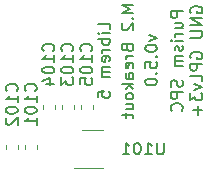
<source format=gbr>
G04 #@! TF.GenerationSoftware,KiCad,Pcbnew,5.1.4-3.fc30*
G04 #@! TF.CreationDate,2020-01-13T02:26:48-05:00*
G04 #@! TF.ProjectId,librem5-m2-breakout,6c696272-656d-4352-9d6d-322d62726561,v0.5.0*
G04 #@! TF.SameCoordinates,Original*
G04 #@! TF.FileFunction,Legend,Bot*
G04 #@! TF.FilePolarity,Positive*
%FSLAX46Y46*%
G04 Gerber Fmt 4.6, Leading zero omitted, Abs format (unit mm)*
G04 Created by KiCad (PCBNEW 5.1.4-3.fc30) date 2020-01-13 02:26:48*
%MOMM*%
%LPD*%
G04 APERTURE LIST*
%ADD10C,0.150000*%
%ADD11C,0.120000*%
G04 APERTURE END LIST*
D10*
X136452380Y-92357142D02*
X136452380Y-91880952D01*
X135452380Y-91880952D01*
X136452380Y-92690476D02*
X135785714Y-92690476D01*
X135452380Y-92690476D02*
X135500000Y-92642857D01*
X135547619Y-92690476D01*
X135500000Y-92738095D01*
X135452380Y-92690476D01*
X135547619Y-92690476D01*
X136452380Y-93166666D02*
X135452380Y-93166666D01*
X135833333Y-93166666D02*
X135785714Y-93261904D01*
X135785714Y-93452380D01*
X135833333Y-93547619D01*
X135880952Y-93595238D01*
X135976190Y-93642857D01*
X136261904Y-93642857D01*
X136357142Y-93595238D01*
X136404761Y-93547619D01*
X136452380Y-93452380D01*
X136452380Y-93261904D01*
X136404761Y-93166666D01*
X136452380Y-94071428D02*
X135785714Y-94071428D01*
X135976190Y-94071428D02*
X135880952Y-94119047D01*
X135833333Y-94166666D01*
X135785714Y-94261904D01*
X135785714Y-94357142D01*
X136404761Y-95071428D02*
X136452380Y-94976190D01*
X136452380Y-94785714D01*
X136404761Y-94690476D01*
X136309523Y-94642857D01*
X135928571Y-94642857D01*
X135833333Y-94690476D01*
X135785714Y-94785714D01*
X135785714Y-94976190D01*
X135833333Y-95071428D01*
X135928571Y-95119047D01*
X136023809Y-95119047D01*
X136119047Y-94642857D01*
X136452380Y-95547619D02*
X135785714Y-95547619D01*
X135880952Y-95547619D02*
X135833333Y-95595238D01*
X135785714Y-95690476D01*
X135785714Y-95833333D01*
X135833333Y-95928571D01*
X135928571Y-95976190D01*
X136452380Y-95976190D01*
X135928571Y-95976190D02*
X135833333Y-96023809D01*
X135785714Y-96119047D01*
X135785714Y-96261904D01*
X135833333Y-96357142D01*
X135928571Y-96404761D01*
X136452380Y-96404761D01*
X135452380Y-98119047D02*
X135452380Y-97642857D01*
X135928571Y-97595238D01*
X135880952Y-97642857D01*
X135833333Y-97738095D01*
X135833333Y-97976190D01*
X135880952Y-98071428D01*
X135928571Y-98119047D01*
X136023809Y-98166666D01*
X136261904Y-98166666D01*
X136357142Y-98119047D01*
X136404761Y-98071428D01*
X136452380Y-97976190D01*
X136452380Y-97738095D01*
X136404761Y-97642857D01*
X136357142Y-97595238D01*
X138452380Y-90285714D02*
X137452380Y-90285714D01*
X138166666Y-90619047D01*
X137452380Y-90952380D01*
X138452380Y-90952380D01*
X138357142Y-91428571D02*
X138404761Y-91476190D01*
X138452380Y-91428571D01*
X138404761Y-91380952D01*
X138357142Y-91428571D01*
X138452380Y-91428571D01*
X137547619Y-91857142D02*
X137500000Y-91904761D01*
X137452380Y-92000000D01*
X137452380Y-92238095D01*
X137500000Y-92333333D01*
X137547619Y-92380952D01*
X137642857Y-92428571D01*
X137738095Y-92428571D01*
X137880952Y-92380952D01*
X138452380Y-91809523D01*
X138452380Y-92428571D01*
X137928571Y-93952380D02*
X137976190Y-94095238D01*
X138023809Y-94142857D01*
X138119047Y-94190476D01*
X138261904Y-94190476D01*
X138357142Y-94142857D01*
X138404761Y-94095238D01*
X138452380Y-94000000D01*
X138452380Y-93619047D01*
X137452380Y-93619047D01*
X137452380Y-93952380D01*
X137500000Y-94047619D01*
X137547619Y-94095238D01*
X137642857Y-94142857D01*
X137738095Y-94142857D01*
X137833333Y-94095238D01*
X137880952Y-94047619D01*
X137928571Y-93952380D01*
X137928571Y-93619047D01*
X138452380Y-94619047D02*
X137785714Y-94619047D01*
X137976190Y-94619047D02*
X137880952Y-94666666D01*
X137833333Y-94714285D01*
X137785714Y-94809523D01*
X137785714Y-94904761D01*
X138404761Y-95619047D02*
X138452380Y-95523809D01*
X138452380Y-95333333D01*
X138404761Y-95238095D01*
X138309523Y-95190476D01*
X137928571Y-95190476D01*
X137833333Y-95238095D01*
X137785714Y-95333333D01*
X137785714Y-95523809D01*
X137833333Y-95619047D01*
X137928571Y-95666666D01*
X138023809Y-95666666D01*
X138119047Y-95190476D01*
X138452380Y-96523809D02*
X137928571Y-96523809D01*
X137833333Y-96476190D01*
X137785714Y-96380952D01*
X137785714Y-96190476D01*
X137833333Y-96095238D01*
X138404761Y-96523809D02*
X138452380Y-96428571D01*
X138452380Y-96190476D01*
X138404761Y-96095238D01*
X138309523Y-96047619D01*
X138214285Y-96047619D01*
X138119047Y-96095238D01*
X138071428Y-96190476D01*
X138071428Y-96428571D01*
X138023809Y-96523809D01*
X138452380Y-97000000D02*
X137452380Y-97000000D01*
X138071428Y-97095238D02*
X138452380Y-97380952D01*
X137785714Y-97380952D02*
X138166666Y-97000000D01*
X138452380Y-97952380D02*
X138404761Y-97857142D01*
X138357142Y-97809523D01*
X138261904Y-97761904D01*
X137976190Y-97761904D01*
X137880952Y-97809523D01*
X137833333Y-97857142D01*
X137785714Y-97952380D01*
X137785714Y-98095238D01*
X137833333Y-98190476D01*
X137880952Y-98238095D01*
X137976190Y-98285714D01*
X138261904Y-98285714D01*
X138357142Y-98238095D01*
X138404761Y-98190476D01*
X138452380Y-98095238D01*
X138452380Y-97952380D01*
X137785714Y-99142857D02*
X138452380Y-99142857D01*
X137785714Y-98714285D02*
X138309523Y-98714285D01*
X138404761Y-98761904D01*
X138452380Y-98857142D01*
X138452380Y-99000000D01*
X138404761Y-99095238D01*
X138357142Y-99142857D01*
X137785714Y-99476190D02*
X137785714Y-99857142D01*
X137452380Y-99619047D02*
X138309523Y-99619047D01*
X138404761Y-99666666D01*
X138452380Y-99761904D01*
X138452380Y-99857142D01*
X142627380Y-90809523D02*
X141627380Y-90809523D01*
X141627380Y-91190476D01*
X141675000Y-91285714D01*
X141722619Y-91333333D01*
X141817857Y-91380952D01*
X141960714Y-91380952D01*
X142055952Y-91333333D01*
X142103571Y-91285714D01*
X142151190Y-91190476D01*
X142151190Y-90809523D01*
X141960714Y-92238095D02*
X142627380Y-92238095D01*
X141960714Y-91809523D02*
X142484523Y-91809523D01*
X142579761Y-91857142D01*
X142627380Y-91952380D01*
X142627380Y-92095238D01*
X142579761Y-92190476D01*
X142532142Y-92238095D01*
X142627380Y-92714285D02*
X141960714Y-92714285D01*
X142151190Y-92714285D02*
X142055952Y-92761904D01*
X142008333Y-92809523D01*
X141960714Y-92904761D01*
X141960714Y-93000000D01*
X142627380Y-93333333D02*
X141960714Y-93333333D01*
X141627380Y-93333333D02*
X141675000Y-93285714D01*
X141722619Y-93333333D01*
X141675000Y-93380952D01*
X141627380Y-93333333D01*
X141722619Y-93333333D01*
X142579761Y-93761904D02*
X142627380Y-93857142D01*
X142627380Y-94047619D01*
X142579761Y-94142857D01*
X142484523Y-94190476D01*
X142436904Y-94190476D01*
X142341666Y-94142857D01*
X142294047Y-94047619D01*
X142294047Y-93904761D01*
X142246428Y-93809523D01*
X142151190Y-93761904D01*
X142103571Y-93761904D01*
X142008333Y-93809523D01*
X141960714Y-93904761D01*
X141960714Y-94047619D01*
X142008333Y-94142857D01*
X142627380Y-94619047D02*
X141960714Y-94619047D01*
X142055952Y-94619047D02*
X142008333Y-94666666D01*
X141960714Y-94761904D01*
X141960714Y-94904761D01*
X142008333Y-95000000D01*
X142103571Y-95047619D01*
X142627380Y-95047619D01*
X142103571Y-95047619D02*
X142008333Y-95095238D01*
X141960714Y-95190476D01*
X141960714Y-95333333D01*
X142008333Y-95428571D01*
X142103571Y-95476190D01*
X142627380Y-95476190D01*
X142579761Y-96666666D02*
X142627380Y-96809523D01*
X142627380Y-97047619D01*
X142579761Y-97142857D01*
X142532142Y-97190476D01*
X142436904Y-97238095D01*
X142341666Y-97238095D01*
X142246428Y-97190476D01*
X142198809Y-97142857D01*
X142151190Y-97047619D01*
X142103571Y-96857142D01*
X142055952Y-96761904D01*
X142008333Y-96714285D01*
X141913095Y-96666666D01*
X141817857Y-96666666D01*
X141722619Y-96714285D01*
X141675000Y-96761904D01*
X141627380Y-96857142D01*
X141627380Y-97095238D01*
X141675000Y-97238095D01*
X142627380Y-97666666D02*
X141627380Y-97666666D01*
X141627380Y-98047619D01*
X141675000Y-98142857D01*
X141722619Y-98190476D01*
X141817857Y-98238095D01*
X141960714Y-98238095D01*
X142055952Y-98190476D01*
X142103571Y-98142857D01*
X142151190Y-98047619D01*
X142151190Y-97666666D01*
X142532142Y-99238095D02*
X142579761Y-99190476D01*
X142627380Y-99047619D01*
X142627380Y-98952380D01*
X142579761Y-98809523D01*
X142484523Y-98714285D01*
X142389285Y-98666666D01*
X142198809Y-98619047D01*
X142055952Y-98619047D01*
X141865476Y-98666666D01*
X141770238Y-98714285D01*
X141675000Y-98809523D01*
X141627380Y-98952380D01*
X141627380Y-99047619D01*
X141675000Y-99190476D01*
X141722619Y-99238095D01*
X143325000Y-90952380D02*
X143277380Y-90857142D01*
X143277380Y-90714285D01*
X143325000Y-90571428D01*
X143420238Y-90476190D01*
X143515476Y-90428571D01*
X143705952Y-90380952D01*
X143848809Y-90380952D01*
X144039285Y-90428571D01*
X144134523Y-90476190D01*
X144229761Y-90571428D01*
X144277380Y-90714285D01*
X144277380Y-90809523D01*
X144229761Y-90952380D01*
X144182142Y-91000000D01*
X143848809Y-91000000D01*
X143848809Y-90809523D01*
X144277380Y-91428571D02*
X143277380Y-91428571D01*
X144277380Y-92000000D01*
X143277380Y-92000000D01*
X143277380Y-92476190D02*
X144086904Y-92476190D01*
X144182142Y-92523809D01*
X144229761Y-92571428D01*
X144277380Y-92666666D01*
X144277380Y-92857142D01*
X144229761Y-92952380D01*
X144182142Y-93000000D01*
X144086904Y-93047619D01*
X143277380Y-93047619D01*
X143325000Y-94809523D02*
X143277380Y-94714285D01*
X143277380Y-94571428D01*
X143325000Y-94428571D01*
X143420238Y-94333333D01*
X143515476Y-94285714D01*
X143705952Y-94238095D01*
X143848809Y-94238095D01*
X144039285Y-94285714D01*
X144134523Y-94333333D01*
X144229761Y-94428571D01*
X144277380Y-94571428D01*
X144277380Y-94666666D01*
X144229761Y-94809523D01*
X144182142Y-94857142D01*
X143848809Y-94857142D01*
X143848809Y-94666666D01*
X144277380Y-95285714D02*
X143277380Y-95285714D01*
X143277380Y-95666666D01*
X143325000Y-95761904D01*
X143372619Y-95809523D01*
X143467857Y-95857142D01*
X143610714Y-95857142D01*
X143705952Y-95809523D01*
X143753571Y-95761904D01*
X143801190Y-95666666D01*
X143801190Y-95285714D01*
X144277380Y-96761904D02*
X144277380Y-96285714D01*
X143277380Y-96285714D01*
X143610714Y-97000000D02*
X144277380Y-97238095D01*
X143610714Y-97476190D01*
X143277380Y-97761904D02*
X143277380Y-98380952D01*
X143658333Y-98047619D01*
X143658333Y-98190476D01*
X143705952Y-98285714D01*
X143753571Y-98333333D01*
X143848809Y-98380952D01*
X144086904Y-98380952D01*
X144182142Y-98333333D01*
X144229761Y-98285714D01*
X144277380Y-98190476D01*
X144277380Y-97904761D01*
X144229761Y-97809523D01*
X144182142Y-97761904D01*
X143896428Y-98809523D02*
X143896428Y-99571428D01*
X144277380Y-99190476D02*
X143515476Y-99190476D01*
X139785714Y-92857142D02*
X140452380Y-93095238D01*
X139785714Y-93333333D01*
X139452380Y-93904761D02*
X139452380Y-94000000D01*
X139500000Y-94095238D01*
X139547619Y-94142857D01*
X139642857Y-94190476D01*
X139833333Y-94238095D01*
X140071428Y-94238095D01*
X140261904Y-94190476D01*
X140357142Y-94142857D01*
X140404761Y-94095238D01*
X140452380Y-94000000D01*
X140452380Y-93904761D01*
X140404761Y-93809523D01*
X140357142Y-93761904D01*
X140261904Y-93714285D01*
X140071428Y-93666666D01*
X139833333Y-93666666D01*
X139642857Y-93714285D01*
X139547619Y-93761904D01*
X139500000Y-93809523D01*
X139452380Y-93904761D01*
X140357142Y-94666666D02*
X140404761Y-94714285D01*
X140452380Y-94666666D01*
X140404761Y-94619047D01*
X140357142Y-94666666D01*
X140452380Y-94666666D01*
X139452380Y-95619047D02*
X139452380Y-95142857D01*
X139928571Y-95095238D01*
X139880952Y-95142857D01*
X139833333Y-95238095D01*
X139833333Y-95476190D01*
X139880952Y-95571428D01*
X139928571Y-95619047D01*
X140023809Y-95666666D01*
X140261904Y-95666666D01*
X140357142Y-95619047D01*
X140404761Y-95571428D01*
X140452380Y-95476190D01*
X140452380Y-95238095D01*
X140404761Y-95142857D01*
X140357142Y-95095238D01*
X140357142Y-96095238D02*
X140404761Y-96142857D01*
X140452380Y-96095238D01*
X140404761Y-96047619D01*
X140357142Y-96095238D01*
X140452380Y-96095238D01*
X139452380Y-96761904D02*
X139452380Y-96857142D01*
X139500000Y-96952380D01*
X139547619Y-97000000D01*
X139642857Y-97047619D01*
X139833333Y-97095238D01*
X140071428Y-97095238D01*
X140261904Y-97047619D01*
X140357142Y-97000000D01*
X140404761Y-96952380D01*
X140452380Y-96857142D01*
X140452380Y-96761904D01*
X140404761Y-96666666D01*
X140357142Y-96619047D01*
X140261904Y-96571428D01*
X140071428Y-96523809D01*
X139833333Y-96523809D01*
X139642857Y-96571428D01*
X139547619Y-96619047D01*
X139500000Y-96666666D01*
X139452380Y-96761904D01*
D11*
X129290000Y-102471267D02*
X129290000Y-102128733D01*
X130310000Y-102471267D02*
X130310000Y-102128733D01*
X128710000Y-102471267D02*
X128710000Y-102128733D01*
X127690000Y-102471267D02*
X127690000Y-102128733D01*
X133410000Y-99071267D02*
X133410000Y-98728733D01*
X132390000Y-99071267D02*
X132390000Y-98728733D01*
X131810000Y-99071267D02*
X131810000Y-98728733D01*
X130790000Y-99071267D02*
X130790000Y-98728733D01*
X133990000Y-99071267D02*
X133990000Y-98728733D01*
X135010000Y-99071267D02*
X135010000Y-98728733D01*
X134100000Y-100890000D02*
X135900000Y-100890000D01*
X135900000Y-104110000D02*
X133450000Y-104110000D01*
D10*
X130157142Y-97580952D02*
X130204761Y-97533333D01*
X130252380Y-97390476D01*
X130252380Y-97295238D01*
X130204761Y-97152380D01*
X130109523Y-97057142D01*
X130014285Y-97009523D01*
X129823809Y-96961904D01*
X129680952Y-96961904D01*
X129490476Y-97009523D01*
X129395238Y-97057142D01*
X129300000Y-97152380D01*
X129252380Y-97295238D01*
X129252380Y-97390476D01*
X129300000Y-97533333D01*
X129347619Y-97580952D01*
X130252380Y-98533333D02*
X130252380Y-97961904D01*
X130252380Y-98247619D02*
X129252380Y-98247619D01*
X129395238Y-98152380D01*
X129490476Y-98057142D01*
X129538095Y-97961904D01*
X129252380Y-99152380D02*
X129252380Y-99247619D01*
X129300000Y-99342857D01*
X129347619Y-99390476D01*
X129442857Y-99438095D01*
X129633333Y-99485714D01*
X129871428Y-99485714D01*
X130061904Y-99438095D01*
X130157142Y-99390476D01*
X130204761Y-99342857D01*
X130252380Y-99247619D01*
X130252380Y-99152380D01*
X130204761Y-99057142D01*
X130157142Y-99009523D01*
X130061904Y-98961904D01*
X129871428Y-98914285D01*
X129633333Y-98914285D01*
X129442857Y-98961904D01*
X129347619Y-99009523D01*
X129300000Y-99057142D01*
X129252380Y-99152380D01*
X130252380Y-100438095D02*
X130252380Y-99866666D01*
X130252380Y-100152380D02*
X129252380Y-100152380D01*
X129395238Y-100057142D01*
X129490476Y-99961904D01*
X129538095Y-99866666D01*
X128557142Y-97580952D02*
X128604761Y-97533333D01*
X128652380Y-97390476D01*
X128652380Y-97295238D01*
X128604761Y-97152380D01*
X128509523Y-97057142D01*
X128414285Y-97009523D01*
X128223809Y-96961904D01*
X128080952Y-96961904D01*
X127890476Y-97009523D01*
X127795238Y-97057142D01*
X127700000Y-97152380D01*
X127652380Y-97295238D01*
X127652380Y-97390476D01*
X127700000Y-97533333D01*
X127747619Y-97580952D01*
X128652380Y-98533333D02*
X128652380Y-97961904D01*
X128652380Y-98247619D02*
X127652380Y-98247619D01*
X127795238Y-98152380D01*
X127890476Y-98057142D01*
X127938095Y-97961904D01*
X127652380Y-99152380D02*
X127652380Y-99247619D01*
X127700000Y-99342857D01*
X127747619Y-99390476D01*
X127842857Y-99438095D01*
X128033333Y-99485714D01*
X128271428Y-99485714D01*
X128461904Y-99438095D01*
X128557142Y-99390476D01*
X128604761Y-99342857D01*
X128652380Y-99247619D01*
X128652380Y-99152380D01*
X128604761Y-99057142D01*
X128557142Y-99009523D01*
X128461904Y-98961904D01*
X128271428Y-98914285D01*
X128033333Y-98914285D01*
X127842857Y-98961904D01*
X127747619Y-99009523D01*
X127700000Y-99057142D01*
X127652380Y-99152380D01*
X127747619Y-99866666D02*
X127700000Y-99914285D01*
X127652380Y-100009523D01*
X127652380Y-100247619D01*
X127700000Y-100342857D01*
X127747619Y-100390476D01*
X127842857Y-100438095D01*
X127938095Y-100438095D01*
X128080952Y-100390476D01*
X128652380Y-99819047D01*
X128652380Y-100438095D01*
X133257142Y-94180952D02*
X133304761Y-94133333D01*
X133352380Y-93990476D01*
X133352380Y-93895238D01*
X133304761Y-93752380D01*
X133209523Y-93657142D01*
X133114285Y-93609523D01*
X132923809Y-93561904D01*
X132780952Y-93561904D01*
X132590476Y-93609523D01*
X132495238Y-93657142D01*
X132400000Y-93752380D01*
X132352380Y-93895238D01*
X132352380Y-93990476D01*
X132400000Y-94133333D01*
X132447619Y-94180952D01*
X133352380Y-95133333D02*
X133352380Y-94561904D01*
X133352380Y-94847619D02*
X132352380Y-94847619D01*
X132495238Y-94752380D01*
X132590476Y-94657142D01*
X132638095Y-94561904D01*
X132352380Y-95752380D02*
X132352380Y-95847619D01*
X132400000Y-95942857D01*
X132447619Y-95990476D01*
X132542857Y-96038095D01*
X132733333Y-96085714D01*
X132971428Y-96085714D01*
X133161904Y-96038095D01*
X133257142Y-95990476D01*
X133304761Y-95942857D01*
X133352380Y-95847619D01*
X133352380Y-95752380D01*
X133304761Y-95657142D01*
X133257142Y-95609523D01*
X133161904Y-95561904D01*
X132971428Y-95514285D01*
X132733333Y-95514285D01*
X132542857Y-95561904D01*
X132447619Y-95609523D01*
X132400000Y-95657142D01*
X132352380Y-95752380D01*
X132352380Y-96419047D02*
X132352380Y-97038095D01*
X132733333Y-96704761D01*
X132733333Y-96847619D01*
X132780952Y-96942857D01*
X132828571Y-96990476D01*
X132923809Y-97038095D01*
X133161904Y-97038095D01*
X133257142Y-96990476D01*
X133304761Y-96942857D01*
X133352380Y-96847619D01*
X133352380Y-96561904D01*
X133304761Y-96466666D01*
X133257142Y-96419047D01*
X131657142Y-94180952D02*
X131704761Y-94133333D01*
X131752380Y-93990476D01*
X131752380Y-93895238D01*
X131704761Y-93752380D01*
X131609523Y-93657142D01*
X131514285Y-93609523D01*
X131323809Y-93561904D01*
X131180952Y-93561904D01*
X130990476Y-93609523D01*
X130895238Y-93657142D01*
X130800000Y-93752380D01*
X130752380Y-93895238D01*
X130752380Y-93990476D01*
X130800000Y-94133333D01*
X130847619Y-94180952D01*
X131752380Y-95133333D02*
X131752380Y-94561904D01*
X131752380Y-94847619D02*
X130752380Y-94847619D01*
X130895238Y-94752380D01*
X130990476Y-94657142D01*
X131038095Y-94561904D01*
X130752380Y-95752380D02*
X130752380Y-95847619D01*
X130800000Y-95942857D01*
X130847619Y-95990476D01*
X130942857Y-96038095D01*
X131133333Y-96085714D01*
X131371428Y-96085714D01*
X131561904Y-96038095D01*
X131657142Y-95990476D01*
X131704761Y-95942857D01*
X131752380Y-95847619D01*
X131752380Y-95752380D01*
X131704761Y-95657142D01*
X131657142Y-95609523D01*
X131561904Y-95561904D01*
X131371428Y-95514285D01*
X131133333Y-95514285D01*
X130942857Y-95561904D01*
X130847619Y-95609523D01*
X130800000Y-95657142D01*
X130752380Y-95752380D01*
X131085714Y-96942857D02*
X131752380Y-96942857D01*
X130704761Y-96704761D02*
X131419047Y-96466666D01*
X131419047Y-97085714D01*
X134857142Y-94180952D02*
X134904761Y-94133333D01*
X134952380Y-93990476D01*
X134952380Y-93895238D01*
X134904761Y-93752380D01*
X134809523Y-93657142D01*
X134714285Y-93609523D01*
X134523809Y-93561904D01*
X134380952Y-93561904D01*
X134190476Y-93609523D01*
X134095238Y-93657142D01*
X134000000Y-93752380D01*
X133952380Y-93895238D01*
X133952380Y-93990476D01*
X134000000Y-94133333D01*
X134047619Y-94180952D01*
X134952380Y-95133333D02*
X134952380Y-94561904D01*
X134952380Y-94847619D02*
X133952380Y-94847619D01*
X134095238Y-94752380D01*
X134190476Y-94657142D01*
X134238095Y-94561904D01*
X133952380Y-95752380D02*
X133952380Y-95847619D01*
X134000000Y-95942857D01*
X134047619Y-95990476D01*
X134142857Y-96038095D01*
X134333333Y-96085714D01*
X134571428Y-96085714D01*
X134761904Y-96038095D01*
X134857142Y-95990476D01*
X134904761Y-95942857D01*
X134952380Y-95847619D01*
X134952380Y-95752380D01*
X134904761Y-95657142D01*
X134857142Y-95609523D01*
X134761904Y-95561904D01*
X134571428Y-95514285D01*
X134333333Y-95514285D01*
X134142857Y-95561904D01*
X134047619Y-95609523D01*
X134000000Y-95657142D01*
X133952380Y-95752380D01*
X133952380Y-96990476D02*
X133952380Y-96514285D01*
X134428571Y-96466666D01*
X134380952Y-96514285D01*
X134333333Y-96609523D01*
X134333333Y-96847619D01*
X134380952Y-96942857D01*
X134428571Y-96990476D01*
X134523809Y-97038095D01*
X134761904Y-97038095D01*
X134857142Y-96990476D01*
X134904761Y-96942857D01*
X134952380Y-96847619D01*
X134952380Y-96609523D01*
X134904761Y-96514285D01*
X134857142Y-96466666D01*
X141014285Y-101952380D02*
X141014285Y-102761904D01*
X140966666Y-102857142D01*
X140919047Y-102904761D01*
X140823809Y-102952380D01*
X140633333Y-102952380D01*
X140538095Y-102904761D01*
X140490476Y-102857142D01*
X140442857Y-102761904D01*
X140442857Y-101952380D01*
X139442857Y-102952380D02*
X140014285Y-102952380D01*
X139728571Y-102952380D02*
X139728571Y-101952380D01*
X139823809Y-102095238D01*
X139919047Y-102190476D01*
X140014285Y-102238095D01*
X138823809Y-101952380D02*
X138728571Y-101952380D01*
X138633333Y-102000000D01*
X138585714Y-102047619D01*
X138538095Y-102142857D01*
X138490476Y-102333333D01*
X138490476Y-102571428D01*
X138538095Y-102761904D01*
X138585714Y-102857142D01*
X138633333Y-102904761D01*
X138728571Y-102952380D01*
X138823809Y-102952380D01*
X138919047Y-102904761D01*
X138966666Y-102857142D01*
X139014285Y-102761904D01*
X139061904Y-102571428D01*
X139061904Y-102333333D01*
X139014285Y-102142857D01*
X138966666Y-102047619D01*
X138919047Y-102000000D01*
X138823809Y-101952380D01*
X137538095Y-102952380D02*
X138109523Y-102952380D01*
X137823809Y-102952380D02*
X137823809Y-101952380D01*
X137919047Y-102095238D01*
X138014285Y-102190476D01*
X138109523Y-102238095D01*
M02*

</source>
